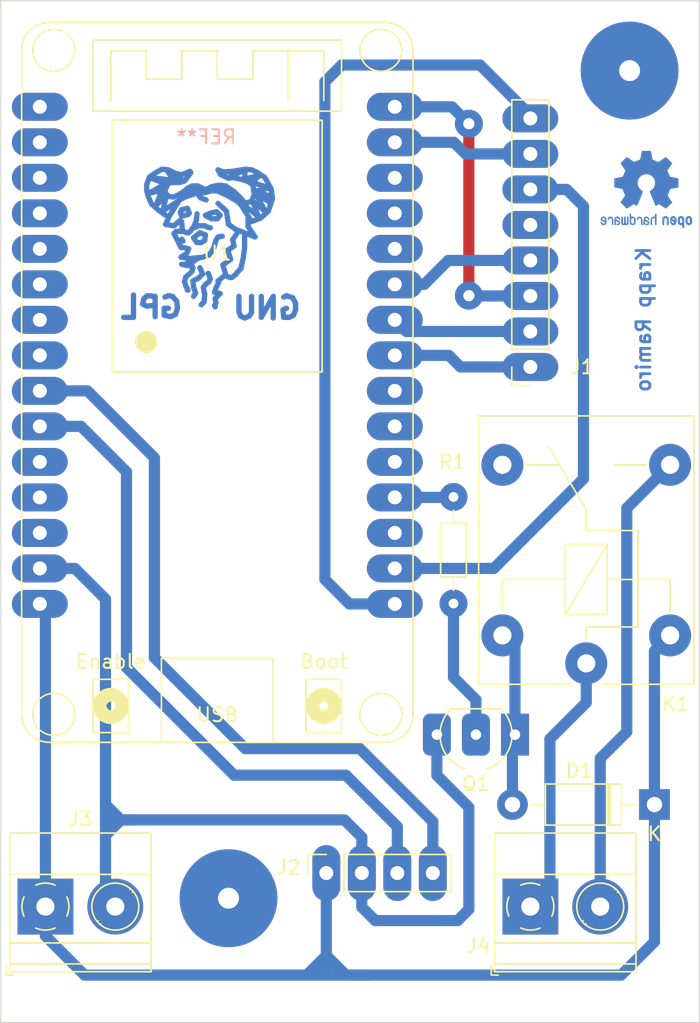
<source format=kicad_pcb>
(kicad_pcb (version 20211014) (generator pcbnew)
  (layers (0 "F.Cu" signal) (31 "B.Cu" signal) (34 "B.Paste" user) (35 "F.Paste" user) (36 "B.SilkS" user "B.Silkscreen") (37 "F.SilkS" user "F.Silkscreen") (38 "B.Mask" user) (39 "F.Mask" user) (44 "Edge.Cuts" user))
  (net 0 "")
  (net 1 "/SPI SS")
  (net 2 "/SPI SCK")
  (net 3 "/SPI MOSI")
  (net 4 "/SPI MISO")
  (net 6 "GND")
  (net 7 "/RST{slash}Reset")
  (net 8 "+3.3V")
  (net 17 "/I2C_SCL")
  (net 18 "/I2C_SDA")
  (net 23 "Net-(D1-Pad2)")
  (net 27 "+5V")
  (net 31 "Net-(J4-Pad1)")
  (net 32 "Net-(J4-Pad2)")
  (net 34 "Net-(Q1-Pad2)")
  (net 35 "Net-(U1-Pad19)")
  (footprint "DOIT_ESP32_DEVKIT:esp32_devkit_v1_doit" (layer "F.Cu") (at 96.5 83.39)
    (fp_text reference "U1")
    (fp_text value "ESP32_DevKit_V1_DOIT")
  )
  (footprint "Diode_THT:D_DO-41_SOD81_P10.16mm_Horizontal" (layer "F.Cu") (at 127.78 133.3 180)
    (fp_text reference "D1")
    (fp_text value "1N4007")
  )
  (footprint "Relay_THT:Relay_SPDT_Finder_36.11" (layer "F.Cu") (at 122.9 123.2 90)
    (fp_text reference "K1")
    (fp_text value "FINDER-36.11")
  )
  (footprint "kicad_user_libraries:tblock_2x1" (layer "F.Cu") (at 84.2 140.6)
    (fp_text reference "J3")
    (fp_text value "POWER")
  )
  (footprint "Connector_PinSocket_2.54mm:PinSocket_1x04_P2.54mm_Vertical" (layer "F.Cu") (at 104.3 138.2 90)
    (fp_text reference "J2")
    (fp_text value "Conn_01x04_Female")
  )
  (footprint "Connector_PinSocket_2.54mm:PinSocket_1x08_P2.54mm_Vertical" (layer "F.Cu") (at 118.9 102 180)
    (fp_text reference "J1")
    (fp_text value "Conn_01x08_Female")
  )
  (footprint "kicad_user_libraries:krapp-res-generic" (layer "F.Cu") (at 113.4 111.3 -90)
    (fp_text reference "R1")
    (fp_text value "10k")
  )
  (footprint "kicad_user_libraries:krapp-TO-92_HandSolder" (layer "F.Cu") (at 116.276 128.3 180)
    (fp_text reference "Q1")
    (fp_text value "BC337")
  )
  (footprint "kicad_user_libraries:tblock_2x1" (layer "F.Cu") (at 118.9 140.6)
    (fp_text reference "J4")
    (fp_text value "BORN_RELAY")
  )
  (footprint "Symbol:OSHW-Logo2_7.3x6mm_Copper" (layer "B.Cu") (at 127.2 89.3 180)
    (fp_text reference "REF**" hide)
    (fp_text value "OSHW-Logo2_7.3x6mm_Copper" hide)
  )
  (footprint "Symbol:Symbol_GNU-Logo_CopperTop" (layer "B.Cu") (at 95.7 91.6 180)
    (fp_text reference "REF**")
    (fp_text value "Symbol_GNU-Logo_CopperTop")
  )
  (gr_rect (start 131 148.9) (end 81 75.8) (layer "Edge.Cuts") (width 0.1) (fill none))
  (gr_text "Krapp Ramiro" (at 127 98.6 90) (layer "B.Cu") (effects (font (size 1 1) (thickness 0.2)) (justify mirror)))
  (via (at 126 80.8) (size 7) (drill 1.5) (layers "F.Cu" "B.Cu") (net 0))
  (via (at 97.3 140) (size 7) (drill 1.5) (layers "F.Cu" "B.Cu") (net 0))
  (segment (start 118.9 102) (end 113.9 102) (width 0.8) (layer "B.Cu") (net 1))
  (segment (start 113.07 101.17) (end 109.2 101.17) (width 0.8) (layer "B.Cu") (net 1))
  (segment (start 113.9 102) (end 113.07 101.17) (width 0.8) (layer "B.Cu") (net 1))
  (segment (start 117.3 99.46) (end 110.03 99.46) (width 0.8) (layer "B.Cu") (net 2))
  (segment (start 110.03 99.46) (end 109.2 98.63) (width 0.8) (layer "B.Cu") (net 2))
  (segment (start 114.5 96.9) (end 114.5 84.8) (width 0.8) (layer "F.Cu") (net 3))
  (via (at 114.5 84.6) (size 2) (drill 0.8) (layers "F.Cu" "B.Cu") (net 3))
  (via (at 114.5 96.9) (size 2) (drill 0.8) (layers "F.Cu" "B.Cu") (net 3))
  (via (at 114.5 84.6) (size 2) (drill 0.8) (layers "F.Cu" "B.Cu") (net 3))
  (segment (start 114.52 96.92) (end 114.5 96.9) (width 0.8) (layer "B.Cu") (net 3))
  (segment (start 109.2 83.39) (end 113.29 83.39) (width 0.8) (layer "B.Cu") (net 3))
  (segment (start 113.29 83.39) (end 114.5 84.6) (width 0.8) (layer "B.Cu") (net 3))
  (segment (start 118.9 96.92) (end 114.52 96.92) (width 0.8) (layer "B.Cu") (net 3))
  (segment (start 111.31 96.09) (end 113.02 94.38) (width 0.8) (layer "B.Cu") (net 4))
  (segment (start 113.02 94.38) (end 118.9 94.38) (width 0.8) (layer "B.Cu") (net 4))
  (segment (start 109.2 96.09) (end 111.31 96.09) (width 0.8) (layer "B.Cu") (net 4))
  (segment (start 112.212 128.3) (end 112.212 131.212) (width 0.8) (layer "B.Cu") (net 6))
  (segment (start 88.5 134.3) (end 88.5 133) (width 0.8) (layer "B.Cu") (net 6))
  (segment (start 106.84 140.64) (end 106.84 138.2) (width 0.8) (layer "B.Cu") (net 6))
  (segment (start 113.7 141.6) (end 107.8 141.6) (width 0.8) (layer "B.Cu") (net 6))
  (segment (start 122.7 90.5) (end 122.7 110) (width 0.8) (layer "B.Cu") (net 6))
  (segment (start 118.9 89.3) (end 121.5 89.3) (width 0.8) (layer "B.Cu") (net 6))
  (segment (start 90.6 134.4) (end 88.6 134.4) (width 0.8) (layer "B.Cu") (net 6))
  (segment (start 88.5 118.6) (end 86.31 116.41) (width 0.8) (layer "B.Cu") (net 6))
  (segment (start 88.5 134.3) (end 88.5 135.5) (width 0.8) (layer "B.Cu") (net 6))
  (segment (start 114.5 140.8) (end 113.7 141.6) (width 0.8) (layer "B.Cu") (net 6))
  (segment (start 106.84 138.2) (end 106.84 135.64) (width 0.8) (layer "B.Cu") (net 6))
  (segment (start 88.5 133.3) (end 88.5 133) (width 0.8) (layer "B.Cu") (net 6))
  (segment (start 114.5 133.5) (end 114.5 140.8) (width 0.8) (layer "B.Cu") (net 6))
  (segment (start 88.5 139.9) (end 89.2 140.6) (width 0.8) (layer "B.Cu") (net 6))
  (segment (start 107.8 141.6) (end 106.84 140.64) (width 0.8) (layer "B.Cu") (net 6))
  (segment (start 88.5 133) (end 88.5 118.6) (width 0.8) (layer "B.Cu") (net 6))
  (segment (start 86.31 116.41) (end 83.8 116.41) (width 0.8) (layer "B.Cu") (net 6))
  (segment (start 122.7 110) (end 116.29 116.41) (width 0.8) (layer "B.Cu") (net 6))
  (segment (start 88.5 135.5) (end 88.5 139.9) (width 0.8) (layer "B.Cu") (net 6))
  (segment (start 112.212 131.212) (end 114.5 133.5) (width 0.8) (layer "B.Cu") (net 6))
  (segment (start 89.6 134.4) (end 90.6 134.4) (width 0.8) (layer "B.Cu") (net 6))
  (segment (start 88.5 135.5) (end 89.6 134.4) (width 0.8) (layer "B.Cu") (net 6))
  (segment (start 105.6 134.4) (end 90.6 134.4) (width 0.8) (layer "B.Cu") (net 6))
  (segment (start 89.6 134.4) (end 88.5 133.3) (width 0.8) (layer "B.Cu") (net 6))
  (segment (start 88.6 134.4) (end 88.5 134.3) (width 0.8) (layer "B.Cu") (net 6))
  (segment (start 116.29 116.41) (end 109.2 116.41) (width 0.8) (layer "B.Cu") (net 6))
  (segment (start 106.84 135.64) (end 105.6 134.4) (width 0.8) (layer "B.Cu") (net 6))
  (segment (start 121.5 89.3) (end 122.7 90.5) (width 0.8) (layer "B.Cu") (net 6))
  (segment (start 118.9 86.76) (end 114.26 86.76) (width 0.8) (layer "B.Cu") (net 7))
  (segment (start 113.43 85.93) (end 109.2 85.93) (width 0.8) (layer "B.Cu") (net 7))
  (segment (start 114.26 86.76) (end 113.43 85.93) (width 0.8) (layer "B.Cu") (net 7))
  (segment (start 104.2 81.6) (end 105.4 80.4) (width 0.8) (layer "B.Cu") (net 8))
  (segment (start 105.95 118.95) (end 104.2 117.2) (width 0.8) (layer "B.Cu") (net 8))
  (segment (start 109.2 118.95) (end 105.95 118.95) (width 0.8) (layer "B.Cu") (net 8))
  (segment (start 115.3 80.4) (end 118.9 84) (width 0.8) (layer "B.Cu") (net 8))
  (segment (start 105.4 80.4) (end 115.3 80.4) (width 0.8) (layer "B.Cu") (net 8))
  (segment (start 104.2 117.2) (end 104.2 81.6) (width 0.8) (layer "B.Cu") (net 8))
  (segment (start 118.9 84) (end 118.9 84.22) (width 0.8) (layer "B.Cu") (net 8))
  (segment (start 105.7 131.2) (end 109.38 134.88) (width 0.8) (layer "B.Cu") (net 17))
  (segment (start 109.38 134.88) (end 109.38 138.2) (width 0.8) (layer "B.Cu") (net 17))
  (segment (start 90 123.5) (end 97.7 131.2) (width 0.8) (layer "B.Cu") (net 17))
  (segment (start 97.7 131.2) (end 105.7 131.2) (width 0.8) (layer "B.Cu") (net 17))
  (segment (start 86.75 106.25) (end 90 109.5) (width 0.8) (layer "B.Cu") (net 17))
  (segment (start 90 109.5) (end 90 123.5) (width 0.8) (layer "B.Cu") (net 17))
  (segment (start 83.8 106.25) (end 86.75 106.25) (width 0.8) (layer "B.Cu") (net 17))
  (segment (start 98.5 129.3) (end 92 122.8) (width 0.8) (layer "B.Cu") (net 18))
  (segment (start 92 122.8) (end 92 108.5) (width 0.8) (layer "B.Cu") (net 18))
  (segment (start 111.92 138.2) (end 111.92 134.52) (width 0.8) (layer "B.Cu") (net 18))
  (segment (start 87.21 103.71) (end 83.8 103.71) (width 0.8) (layer "B.Cu") (net 18))
  (segment (start 106.7 129.3) (end 98.5 129.3) (width 0.8) (layer "B.Cu") (net 18))
  (segment (start 111.92 134.52) (end 106.7 129.3) (width 0.8) (layer "B.Cu") (net 18))
  (segment (start 92 108.5) (end 87.21 103.71) (width 0.8) (layer "B.Cu") (net 18))
  (segment (start 117.8 128.3) (end 117.8 122.1) (width 0.8) (layer "B.Cu") (net 23))
  (segment (start 117.8 122.1) (end 116.9 121.2) (width 0.8) (layer "B.Cu") (net 23))
  (segment (start 117.62 128.48) (end 117.8 128.3) (width 0.8) (layer "B.Cu") (net 23))
  (segment (start 117.62 133.3) (end 117.62 128.48) (width 0.8) (layer "B.Cu") (net 23))
  (segment (start 107.6 145.5) (end 104.2 145.5) (width 0.8) (layer "B.Cu") (net 27))
  (segment (start 87 145.5) (end 84.2 142.7) (width 0.8) (layer "B.Cu") (net 27))
  (segment (start 104.3 144.1) (end 104.3 138.2) (width 0.8) (layer "B.Cu") (net 27))
  (segment (start 127.78 133.3) (end 127.78 122.32) (width 0.8) (layer "B.Cu") (net 27))
  (segment (start 83.75 118.9) (end 83.8 118.95) (width 0.8) (layer "B.Cu") (net 27))
  (segment (start 102.9 145.5) (end 102.7 145.5) (width 0.8) (layer "B.Cu") (net 27))
  (segment (start 107.6 145.5) (end 105.7 145.5) (width 0.8) (layer "B.Cu") (net 27))
  (segment (start 105.7 145.5) (end 104.3 144.1) (width 0.8) (layer "B.Cu") (net 27))
  (segment (start 84.2 140.6) (end 84.2 119.35) (width 0.8) (layer "B.Cu") (net 27))
  (segment (start 127.78 143.12) (end 125.4 145.5) (width 0.8) (layer "B.Cu") (net 27))
  (segment (start 104.3 144.1) (end 104.3 145.4) (width 0.8) (layer "B.Cu") (net 27))
  (segment (start 102.7 145.5) (end 87 145.5) (width 0.8) (layer "B.Cu") (net 27))
  (segment (start 127.78 133.3) (end 127.78 143.12) (width 0.8) (layer "B.Cu") (net 27))
  (segment (start 104.3 144.1) (end 102.9 145.5) (width 0.8) (layer "B.Cu") (net 27))
  (segment (start 104.3 145.4) (end 104.2 145.5) (width 0.8) (layer "B.Cu") (net 27))
  (segment (start 84.2 142.7) (end 84.2 140.6) (width 0.8) (layer "B.Cu") (net 27))
  (segment (start 104.2 145.5) (end 102.7 145.5) (width 0.8) (layer "B.Cu") (net 27))
  (segment (start 125.4 145.5) (end 107.6 145.5) (width 0.8) (layer "B.Cu") (net 27))
  (segment (start 127.78 122.32) (end 128.9 121.2) (width 0.8) (layer "B.Cu") (net 27))
  (segment (start 84.2 119.35) (end 83.8 118.95) (width 0.8) (layer "B.Cu") (net 27))
  (segment (start 120.3 128.6) (end 120.3 139.2) (width 0.8) (layer "B.Cu") (net 31))
  (segment (start 122.9 126) (end 120.3 128.6) (width 0.8) (layer "B.Cu") (net 31))
  (segment (start 122.9 123.2) (end 122.9 126) (width 0.8) (layer "B.Cu") (net 31))
  (segment (start 120.3 139.2) (end 118.9 140.6) (width 0.8) (layer "B.Cu") (net 31))
  (segment (start 128.9 109) (end 125.8 112.1) (width 0.8) (layer "B.Cu") (net 32))
  (segment (start 125.8 112.1) (end 125.8 128.1) (width 0.8) (layer "B.Cu") (net 32))
  (segment (start 123.9 130) (end 123.9 140.6) (width 0.8) (layer "B.Cu") (net 32))
  (segment (start 125.8 128.1) (end 123.9 130) (width 0.8) (layer "B.Cu") (net 32))
  (segment (start 113.4 124.2) (end 113.4 118.92) (width 0.8) (layer "B.Cu") (net 34))
  (segment (start 115.006 125.806) (end 113.4 124.2) (width 0.8) (layer "B.Cu") (net 34))
  (segment (start 115.006 128.3) (end 115.006 125.806) (width 0.8) (layer "B.Cu") (net 34))
  (segment (start 113.37 111.33) (end 113.4 111.3) (width 0.8) (layer "B.Cu") (net 35))
  (segment (start 109.2 111.33) (end 113.37 111.33) (width 0.8) (layer "B.Cu") (net 35))
)
</source>
